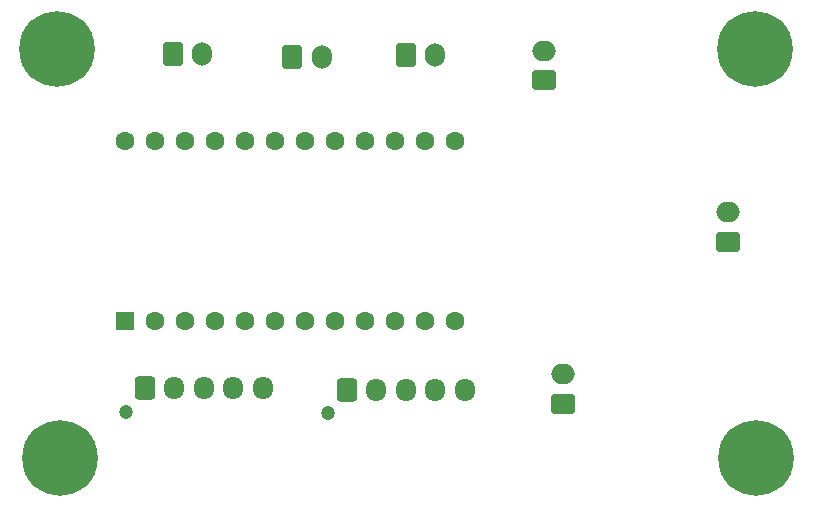
<source format=gbr>
%TF.GenerationSoftware,KiCad,Pcbnew,7.0.1*%
%TF.CreationDate,2023-09-18T10:22:05-04:00*%
%TF.ProjectId,Groove Coaster,47726f6f-7665-4204-936f-61737465722e,rev?*%
%TF.SameCoordinates,Original*%
%TF.FileFunction,Soldermask,Bot*%
%TF.FilePolarity,Negative*%
%FSLAX46Y46*%
G04 Gerber Fmt 4.6, Leading zero omitted, Abs format (unit mm)*
G04 Created by KiCad (PCBNEW 7.0.1) date 2023-09-18 10:22:05*
%MOMM*%
%LPD*%
G01*
G04 APERTURE LIST*
G04 Aperture macros list*
%AMRoundRect*
0 Rectangle with rounded corners*
0 $1 Rounding radius*
0 $2 $3 $4 $5 $6 $7 $8 $9 X,Y pos of 4 corners*
0 Add a 4 corners polygon primitive as box body*
4,1,4,$2,$3,$4,$5,$6,$7,$8,$9,$2,$3,0*
0 Add four circle primitives for the rounded corners*
1,1,$1+$1,$2,$3*
1,1,$1+$1,$4,$5*
1,1,$1+$1,$6,$7*
1,1,$1+$1,$8,$9*
0 Add four rect primitives between the rounded corners*
20,1,$1+$1,$2,$3,$4,$5,0*
20,1,$1+$1,$4,$5,$6,$7,0*
20,1,$1+$1,$6,$7,$8,$9,0*
20,1,$1+$1,$8,$9,$2,$3,0*%
G04 Aperture macros list end*
%ADD10RoundRect,0.250000X-0.600000X-0.750000X0.600000X-0.750000X0.600000X0.750000X-0.600000X0.750000X0*%
%ADD11O,1.700000X2.000000*%
%ADD12RoundRect,0.250000X0.750000X-0.600000X0.750000X0.600000X-0.750000X0.600000X-0.750000X-0.600000X0*%
%ADD13O,2.000000X1.700000*%
%ADD14C,6.400000*%
%ADD15R,1.600000X1.600000*%
%ADD16C,1.600000*%
%ADD17C,1.200000*%
%ADD18RoundRect,0.250000X-0.600000X-0.725000X0.600000X-0.725000X0.600000X0.725000X-0.600000X0.725000X0*%
%ADD19O,1.700000X1.950000*%
G04 APERTURE END LIST*
D10*
%TO.C,BT1*%
X83400000Y-46700000D03*
D11*
X85900000Y-46700000D03*
%TD*%
D10*
%TO.C,BT2*%
X93500000Y-46900000D03*
D11*
X96000000Y-46900000D03*
%TD*%
D10*
%TO.C,BT3*%
X103100000Y-46800000D03*
D11*
X105600000Y-46800000D03*
%TD*%
D12*
%TO.C,LED1*%
X130400000Y-62600000D03*
D13*
X130400000Y-60100000D03*
%TD*%
D12*
%TO.C,LED2*%
X116400000Y-76300000D03*
D13*
X116400000Y-73800000D03*
%TD*%
D12*
%TO.C,LED3*%
X114800000Y-48900000D03*
D13*
X114800000Y-46400000D03*
%TD*%
D14*
%TO.C,REF\u002A\u002A*%
X73800000Y-80900000D03*
%TD*%
%TO.C,REF\u002A\u002A*%
X73600000Y-46300000D03*
%TD*%
D15*
%TO.C,U1*%
X79330000Y-69320000D03*
D16*
X81870000Y-69320000D03*
X84410000Y-69320000D03*
X86950000Y-69320000D03*
X89490000Y-69320000D03*
X92030000Y-69320000D03*
X94570000Y-69320000D03*
X97110000Y-69320000D03*
X99650000Y-69320000D03*
X102190000Y-69320000D03*
X104730000Y-69320000D03*
X107270000Y-69320000D03*
X107270000Y-54080000D03*
X104730000Y-54080000D03*
X102190000Y-54080000D03*
X99650000Y-54080000D03*
X97110000Y-54080000D03*
X94570000Y-54080000D03*
X92030000Y-54080000D03*
X89490000Y-54080000D03*
X86950000Y-54080000D03*
X84410000Y-54080000D03*
X81870000Y-54080000D03*
X79330000Y-54080000D03*
%TD*%
D14*
%TO.C,REF\u002A\u002A*%
X132700000Y-46300000D03*
%TD*%
%TO.C,REF\u002A\u002A*%
X132800000Y-80900000D03*
%TD*%
D17*
%TO.C,J1*%
X79400000Y-77000000D03*
D18*
X81000000Y-75000000D03*
D19*
X83500000Y-75000000D03*
X86000000Y-75000000D03*
X88500000Y-75000000D03*
X91000000Y-75000000D03*
%TD*%
D17*
%TO.C,J2*%
X96500000Y-77100000D03*
D18*
X98100000Y-75100000D03*
D19*
X100600000Y-75100000D03*
X103100000Y-75100000D03*
X105600000Y-75100000D03*
X108100000Y-75100000D03*
%TD*%
M02*

</source>
